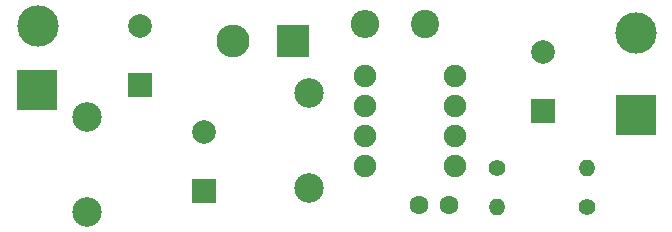
<source format=gbr>
%TF.GenerationSoftware,KiCad,Pcbnew,(6.0.8)*%
%TF.CreationDate,2022-11-19T23:45:32+04:00*%
%TF.ProjectId,MC34063_Buck_Rev3,4d433334-3036-4335-9f42-75636b5f5265,rev?*%
%TF.SameCoordinates,Original*%
%TF.FileFunction,Soldermask,Top*%
%TF.FilePolarity,Negative*%
%FSLAX46Y46*%
G04 Gerber Fmt 4.6, Leading zero omitted, Abs format (unit mm)*
G04 Created by KiCad (PCBNEW (6.0.8)) date 2022-11-19 23:45:32*
%MOMM*%
%LPD*%
G01*
G04 APERTURE LIST*
%ADD10R,2.000000X2.000000*%
%ADD11C,2.000000*%
%ADD12C,1.600000*%
%ADD13C,1.400000*%
%ADD14O,1.400000X1.400000*%
%ADD15C,1.905000*%
%ADD16C,2.499360*%
%ADD17R,2.800000X2.800000*%
%ADD18O,2.800000X2.800000*%
%ADD19C,2.400000*%
%ADD20O,2.400000X2.400000*%
%ADD21C,3.500120*%
%ADD22R,3.500120X3.500120*%
G04 APERTURE END LIST*
D10*
%TO.C,C1*%
X165064440Y-57772300D03*
D11*
X165064440Y-52772300D03*
%TD*%
D12*
%TO.C,C2*%
X154609800Y-65722500D03*
X157109800Y-65722500D03*
%TD*%
D10*
%TO.C,C3*%
X136382760Y-64566800D03*
D11*
X136382760Y-59566800D03*
%TD*%
D13*
%TO.C,R1*%
X161213800Y-62623700D03*
D14*
X168833800Y-62623700D03*
%TD*%
D13*
%TO.C,R3*%
X168821100Y-65913000D03*
D14*
X161201100Y-65913000D03*
%TD*%
D15*
%TO.C,U1*%
X150037800Y-54813200D03*
X150037800Y-57353200D03*
X150037800Y-59893200D03*
X150037800Y-62433200D03*
X157657800Y-62433200D03*
X157657800Y-59893200D03*
X157657800Y-57353200D03*
X157657800Y-54813200D03*
%TD*%
D16*
%TO.C,L1*%
X145262600Y-56288940D03*
X145262600Y-64289940D03*
%TD*%
D17*
%TO.C,D1*%
X143977360Y-51841400D03*
D18*
X138897360Y-51841400D03*
%TD*%
D19*
%TO.C,R2*%
X155155900Y-50444400D03*
D20*
X150075900Y-50444400D03*
%TD*%
D21*
%TO.C,GND*%
X122364500Y-50609500D03*
%TD*%
D22*
%TO.C,Vout*%
X122237500Y-56007000D03*
%TD*%
%TO.C,Vin*%
X172971460Y-58138060D03*
%TD*%
D21*
%TO.C,GND*%
X172971460Y-51183540D03*
%TD*%
D16*
%TO.C,L1*%
X126492000Y-58331100D03*
X126492000Y-66332100D03*
%TD*%
D10*
%TO.C,C3*%
X130962400Y-55575200D03*
D11*
X130962400Y-50575200D03*
%TD*%
M02*

</source>
